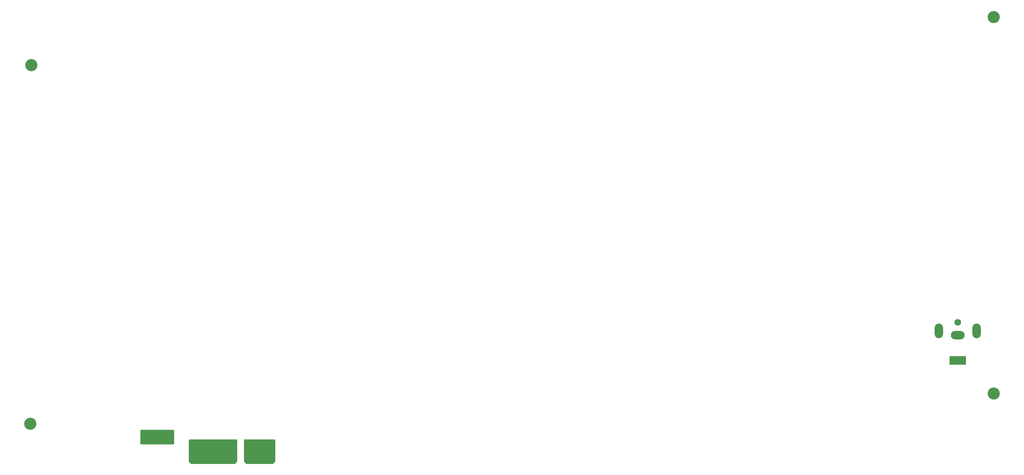
<source format=gbr>
G04 #@! TF.GenerationSoftware,KiCad,Pcbnew,(5.1.2)-2*
G04 #@! TF.CreationDate,2019-10-15T01:23:37+08:00*
G04 #@! TF.ProjectId,BrainPower,42726169-6e50-46f7-9765-722e6b696361,rev?*
G04 #@! TF.SameCoordinates,Original*
G04 #@! TF.FileFunction,Soldermask,Bot*
G04 #@! TF.FilePolarity,Negative*
%FSLAX46Y46*%
G04 Gerber Fmt 4.6, Leading zero omitted, Abs format (unit mm)*
G04 Created by KiCad (PCBNEW (5.1.2)-2) date 2019-10-15 01:23:37*
%MOMM*%
%LPD*%
G04 APERTURE LIST*
%ADD10C,1.600000*%
%ADD11O,2.000000X3.500000*%
%ADD12O,3.300000X2.000000*%
%ADD13R,4.000000X2.000000*%
%ADD14R,0.700000X4.200000*%
%ADD15R,0.700000X3.200000*%
%ADD16C,2.880000*%
%ADD17C,0.254000*%
G04 APERTURE END LIST*
D10*
X327660000Y133460000D03*
D11*
X323160000Y131460000D03*
X332160000Y131460000D03*
D12*
X327660000Y130460000D03*
D13*
X327660000Y124460000D03*
D14*
X163650000Y103500000D03*
X153650000Y103500000D03*
X162650000Y103500000D03*
X159650000Y103500000D03*
X146650000Y103500000D03*
X148650000Y103500000D03*
X155650000Y103500000D03*
X152650000Y103500000D03*
X158650000Y103500000D03*
X161650000Y103500000D03*
X150650000Y103500000D03*
D15*
X145650000Y104000000D03*
D14*
X151650000Y103500000D03*
X154650000Y103500000D03*
X147650000Y103500000D03*
X149650000Y103500000D03*
X160650000Y103500000D03*
X164650000Y103500000D03*
D16*
X107250000Y109350000D03*
X107500000Y194750000D03*
X336220000Y206130000D03*
X336220000Y116600000D03*
D17*
G36*
X165300000Y100500000D02*
G01*
X164800000Y100000000D01*
X158600000Y100000000D01*
X158100000Y100500000D01*
X158100000Y105598000D01*
X165300000Y105598000D01*
X165300000Y100500000D01*
X165300000Y100500000D01*
G37*
X165300000Y100500000D02*
X164800000Y100000000D01*
X158600000Y100000000D01*
X158100000Y100500000D01*
X158100000Y105598000D01*
X165300000Y105598000D01*
X165300000Y100500000D01*
G36*
X156200000Y100500000D02*
G01*
X155700000Y100000000D01*
X145500000Y100000000D01*
X145000000Y100500000D01*
X145000000Y105598000D01*
X156200000Y105598000D01*
X156200000Y100500000D01*
X156200000Y100500000D01*
G37*
X156200000Y100500000D02*
X155700000Y100000000D01*
X145500000Y100000000D01*
X145000000Y100500000D01*
X145000000Y105598000D01*
X156200000Y105598000D01*
X156200000Y100500000D01*
G36*
X141223000Y104627000D02*
G01*
X133477000Y104627000D01*
X133477000Y107823000D01*
X141223000Y107823000D01*
X141223000Y104627000D01*
X141223000Y104627000D01*
G37*
X141223000Y104627000D02*
X133477000Y104627000D01*
X133477000Y107823000D01*
X141223000Y107823000D01*
X141223000Y104627000D01*
M02*

</source>
